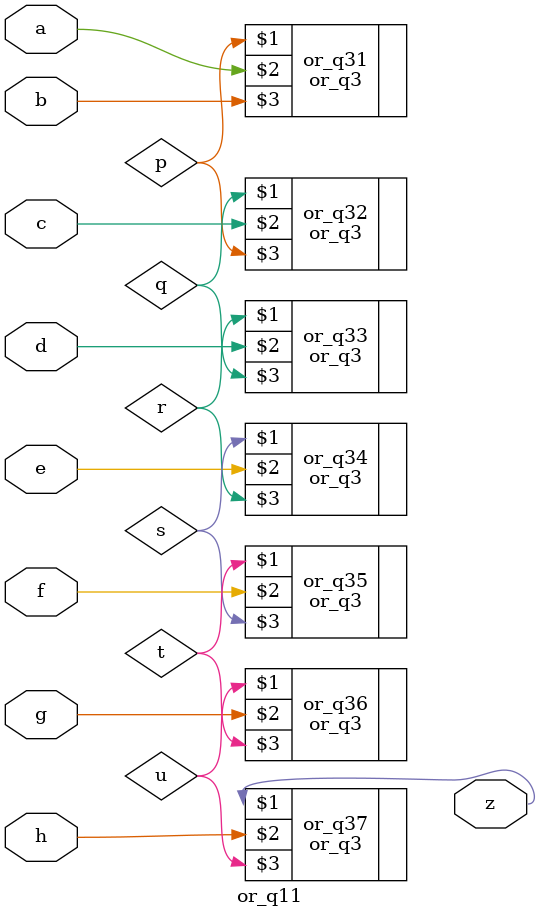
<source format=v>
module or_q11(z,a,b,c,d,e,f,g,h);
  input a,b,c,d,e,f,g,h;
  output z;
 wire p,q,r,s,t,u;
 or_q3 or_q31(p,a,b);
 or_q3 or_q32(q,c,p);
 or_q3 or_q33(r,d,q);
 or_q3 or_q34(s,e,r);
 or_q3 or_q35(t,f,s);
 or_q3 or_q36(u,g,t);
 or_q3 or_q37(z,h,u);
endmodule


</source>
